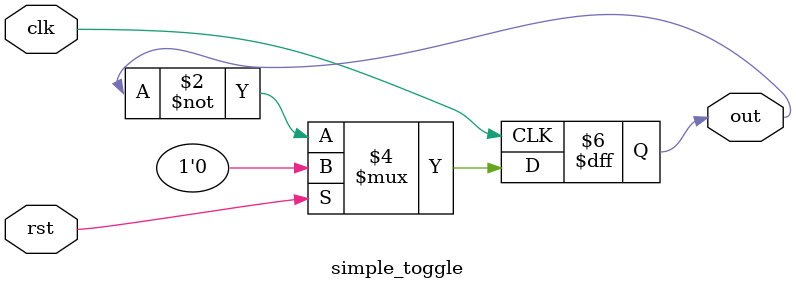
<source format=v>
module simple_toggle(
    input clk,    
    input rst,    
    output reg out
);

always @(posedge clk) begin
    if (rst)
        out <= 0;
    else
        out <= ~out;  
end

endmodule

</source>
